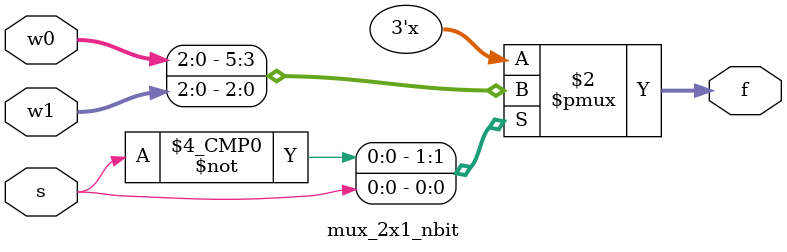
<source format=v>
`timescale 1ns / 1ps


module mux_2x1_nbit #(parameter N = 3)(
    input [N - 1: 0] w0, w1,
    input s,
    output reg [N - 1: 0] f
    );
    
    always @(w0, w1, s)
    begin
        case(s)
            1'b0: f = w0;
            1'b1: f = w1;
            default: f = 'bx;
        endcase
    end
    
endmodule


</source>
